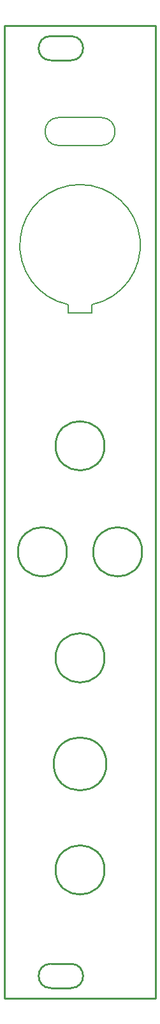
<source format=gbr>
%TF.GenerationSoftware,KiCad,Pcbnew,6.0.11-2627ca5db0~126~ubuntu22.04.1*%
%TF.CreationDate,2024-03-30T15:57:52+01:00*%
%TF.ProjectId,OTBreakOutPanel,4f544272-6561-46b4-9f75-7450616e656c,rev?*%
%TF.SameCoordinates,Original*%
%TF.FileFunction,Profile,NP*%
%FSLAX46Y46*%
G04 Gerber Fmt 4.6, Leading zero omitted, Abs format (unit mm)*
G04 Created by KiCad (PCBNEW 6.0.11-2627ca5db0~126~ubuntu22.04.1) date 2024-03-30 15:57:52*
%MOMM*%
%LPD*%
G01*
G04 APERTURE LIST*
%TA.AperFunction,Profile*%
%ADD10C,0.150000*%
%TD*%
%TA.AperFunction,Profile*%
%ADD11C,0.250000*%
%TD*%
%TA.AperFunction,Profile*%
%ADD12C,0.200000*%
%TD*%
G04 APERTURE END LIST*
D10*
X98400000Y-83339999D02*
X98400000Y-84450000D01*
D11*
X96100000Y-51100000D02*
X98800000Y-51100000D01*
X103500000Y-144000000D02*
G75*
G03*
X103500000Y-144000000I-3500000J0D01*
G01*
X96100000Y-47900000D02*
G75*
G03*
X96100000Y-51100000I0J-1600000D01*
G01*
D12*
X97200000Y-62350000D02*
X102800000Y-62350000D01*
D11*
X103250000Y-130000000D02*
G75*
G03*
X103250000Y-130000000I-3250000J0D01*
G01*
X98800000Y-170400000D02*
X96100000Y-170400000D01*
X98800000Y-47900000D02*
X96100000Y-47900000D01*
X98800000Y-173600000D02*
G75*
G03*
X98800000Y-170400000I0J1600000D01*
G01*
X90000000Y-175000000D02*
X110000000Y-175000000D01*
X98250000Y-116000000D02*
G75*
G03*
X98250000Y-116000000I-3250000J0D01*
G01*
X96100000Y-170400000D02*
G75*
G03*
X96100000Y-173600000I0J-1600000D01*
G01*
X110000000Y-46500000D02*
X90000000Y-46500000D01*
X98800000Y-51100000D02*
G75*
G03*
X98800000Y-47900000I0J1600000D01*
G01*
D10*
X101600000Y-83339999D02*
G75*
G03*
X98400000Y-83339999I-1600000J7839999D01*
G01*
D12*
X102800000Y-62350000D02*
G75*
G03*
X102800000Y-58650000I0J1850000D01*
G01*
X97200000Y-58650000D02*
G75*
G03*
X97200000Y-62350000I0J-1850000D01*
G01*
D11*
X103250000Y-102000000D02*
G75*
G03*
X103250000Y-102000000I-3250000J0D01*
G01*
D12*
X97200000Y-58650000D02*
X102800000Y-58650000D01*
D11*
X108250000Y-116000000D02*
G75*
G03*
X108250000Y-116000000I-3250000J0D01*
G01*
X96100000Y-173600000D02*
X98800000Y-173600000D01*
D10*
X98400000Y-84450000D02*
X101600000Y-84450000D01*
X101600000Y-84450000D02*
X101600000Y-83339999D01*
D11*
X110000000Y-175000000D02*
X110000000Y-46500000D01*
X90000000Y-46500000D02*
X90000000Y-175000000D01*
X103250000Y-158000000D02*
G75*
G03*
X103250000Y-158000000I-3250000J0D01*
G01*
M02*

</source>
